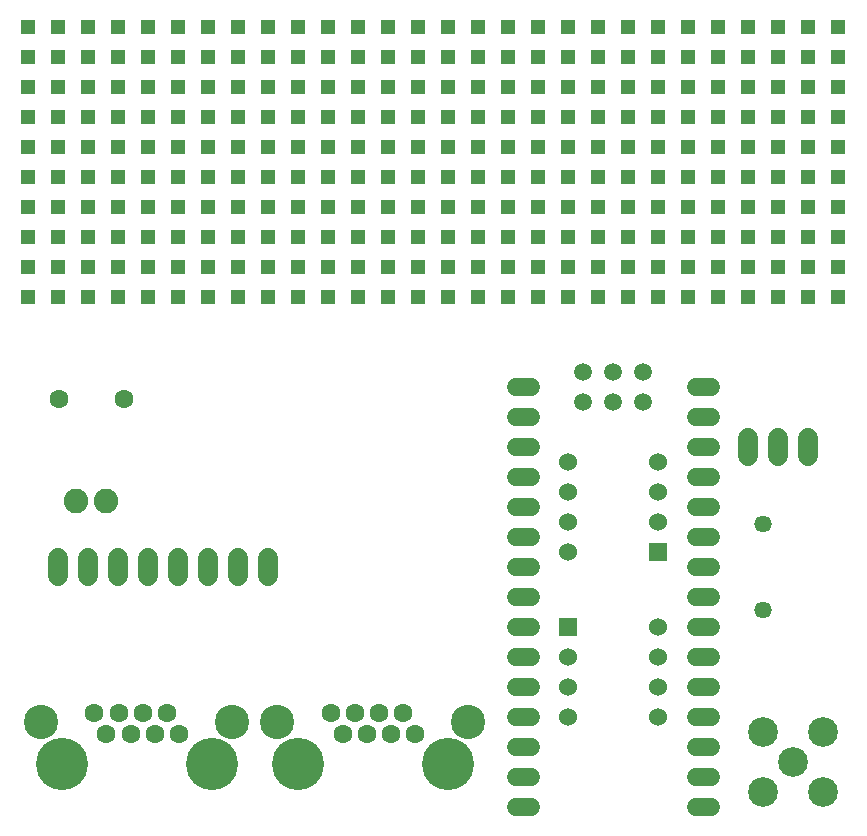
<source format=gbr>
G04 EAGLE Gerber RS-274X export*
G75*
%MOMM*%
%FSLAX34Y34*%
%LPD*%
%INSoldermask Bottom*%
%IPPOS*%
%AMOC8*
5,1,8,0,0,1.08239X$1,22.5*%
G01*
G04 Define Apertures*
%ADD10C,1.603200*%
%ADD11C,1.727200*%
%ADD12C,1.463200*%
%ADD13C,1.511200*%
%ADD14C,1.511200*%
%ADD15R,1.524000X1.524000*%
%ADD16C,1.524000*%
%ADD17R,1.311200X1.311200*%
%ADD18C,1.600200*%
%ADD19C,2.908300*%
%ADD20C,4.419600*%
%ADD21C,2.527300*%
%ADD22C,2.082800*%
D10*
X93540Y383540D03*
X38540Y383540D03*
D11*
X215900Y248920D02*
X215900Y233680D01*
X190500Y233680D02*
X190500Y248920D01*
X165100Y248920D02*
X165100Y233680D01*
X139700Y233680D02*
X139700Y248920D01*
X114300Y248920D02*
X114300Y233680D01*
X88900Y233680D02*
X88900Y248920D01*
X63500Y248920D02*
X63500Y233680D01*
X38100Y233680D02*
X38100Y248920D01*
X673100Y335280D02*
X673100Y350520D01*
X647700Y350520D02*
X647700Y335280D01*
X622300Y335280D02*
X622300Y350520D01*
D12*
X635000Y205100D03*
X635000Y277500D03*
D13*
X438340Y393700D02*
X425260Y393700D01*
X425260Y368300D02*
X438340Y368300D01*
X438340Y342900D02*
X425260Y342900D01*
X425260Y317500D02*
X438340Y317500D01*
X438340Y292100D02*
X425260Y292100D01*
X425260Y266700D02*
X438340Y266700D01*
X438340Y241300D02*
X425260Y241300D01*
X425260Y215900D02*
X438340Y215900D01*
X438340Y190500D02*
X425260Y190500D01*
X425260Y165100D02*
X438340Y165100D01*
X438340Y139700D02*
X425260Y139700D01*
X425260Y114300D02*
X438340Y114300D01*
X577660Y393700D02*
X590740Y393700D01*
X590740Y368300D02*
X577660Y368300D01*
X577660Y342900D02*
X590740Y342900D01*
X590740Y190500D02*
X577660Y190500D01*
X577660Y165100D02*
X590740Y165100D01*
X590740Y139700D02*
X577660Y139700D01*
X577660Y114300D02*
X590740Y114300D01*
X590740Y38100D02*
X577660Y38100D01*
X438340Y38100D02*
X425260Y38100D01*
X425260Y63500D02*
X438340Y63500D01*
X438340Y88900D02*
X425260Y88900D01*
X577660Y63500D02*
X590740Y63500D01*
X590740Y88900D02*
X577660Y88900D01*
X577660Y317500D02*
X590740Y317500D01*
D14*
X533400Y381000D03*
X508000Y381000D03*
X482600Y381000D03*
D13*
X577660Y215900D02*
X590740Y215900D01*
X590740Y241300D02*
X577660Y241300D01*
X577660Y266700D02*
X590740Y266700D01*
X590740Y292100D02*
X577660Y292100D01*
D14*
X533400Y406400D03*
X508000Y406400D03*
X482600Y406400D03*
D15*
X546100Y254000D03*
D16*
X546100Y279400D03*
X546100Y304800D03*
X546100Y330200D03*
X469900Y330200D03*
X469900Y304800D03*
X469900Y279400D03*
X469900Y254000D03*
D15*
X469900Y190500D03*
D16*
X469900Y165100D03*
X469900Y139700D03*
X469900Y114300D03*
X546100Y114300D03*
X546100Y139700D03*
X546100Y165100D03*
X546100Y190500D03*
D17*
X12700Y469900D03*
X38100Y469900D03*
X63500Y469900D03*
X88900Y469900D03*
X114300Y469900D03*
X139700Y469900D03*
X165100Y469900D03*
X190500Y469900D03*
X215900Y469900D03*
X241300Y469900D03*
X266700Y469900D03*
X292100Y469900D03*
X317500Y469900D03*
X342900Y469900D03*
X368300Y469900D03*
X393700Y469900D03*
X419100Y469900D03*
X444500Y469900D03*
X469900Y469900D03*
X495300Y469900D03*
X520700Y469900D03*
X546100Y469900D03*
X571500Y469900D03*
X596900Y469900D03*
X622300Y469900D03*
X647700Y469900D03*
X673100Y469900D03*
X698500Y469900D03*
X12700Y546100D03*
X38100Y546100D03*
X63500Y546100D03*
X88900Y546100D03*
X114300Y546100D03*
X139700Y546100D03*
X165100Y546100D03*
X190500Y546100D03*
X215900Y546100D03*
X241300Y546100D03*
X266700Y546100D03*
X292100Y546100D03*
X317500Y546100D03*
X342900Y546100D03*
X368300Y546100D03*
X393700Y546100D03*
X419100Y546100D03*
X444500Y546100D03*
X469900Y546100D03*
X495300Y546100D03*
X520700Y546100D03*
X546100Y546100D03*
X571500Y546100D03*
X596900Y546100D03*
X622300Y546100D03*
X647700Y546100D03*
X673100Y546100D03*
X698500Y546100D03*
X12700Y520700D03*
X38100Y520700D03*
X63500Y520700D03*
X88900Y520700D03*
X114300Y520700D03*
X139700Y520700D03*
X165100Y520700D03*
X190500Y520700D03*
X215900Y520700D03*
X241300Y520700D03*
X266700Y520700D03*
X292100Y520700D03*
X317500Y520700D03*
X342900Y520700D03*
X368300Y520700D03*
X393700Y520700D03*
X419100Y520700D03*
X444500Y520700D03*
X469900Y520700D03*
X495300Y520700D03*
X520700Y520700D03*
X546100Y520700D03*
X571500Y520700D03*
X596900Y520700D03*
X622300Y520700D03*
X647700Y520700D03*
X673100Y520700D03*
X698500Y520700D03*
X12700Y495300D03*
X38100Y495300D03*
X63500Y495300D03*
X88900Y495300D03*
X114300Y495300D03*
X139700Y495300D03*
X165100Y495300D03*
X190500Y495300D03*
X215900Y495300D03*
X241300Y495300D03*
X266700Y495300D03*
X292100Y495300D03*
X317500Y495300D03*
X342900Y495300D03*
X368300Y495300D03*
X393700Y495300D03*
X419100Y495300D03*
X444500Y495300D03*
X469900Y495300D03*
X495300Y495300D03*
X520700Y495300D03*
X546100Y495300D03*
X571500Y495300D03*
X596900Y495300D03*
X622300Y495300D03*
X647700Y495300D03*
X673100Y495300D03*
X698500Y495300D03*
X12700Y571500D03*
X38100Y571500D03*
X63500Y571500D03*
X88900Y571500D03*
X114300Y571500D03*
X139700Y571500D03*
X165100Y571500D03*
X190500Y571500D03*
X215900Y571500D03*
X241300Y571500D03*
X266700Y571500D03*
X292100Y571500D03*
X317500Y571500D03*
X342900Y571500D03*
X368300Y571500D03*
X393700Y571500D03*
X419100Y571500D03*
X444500Y571500D03*
X469900Y571500D03*
X495300Y571500D03*
X520700Y571500D03*
X546100Y571500D03*
X571500Y571500D03*
X596900Y571500D03*
X622300Y571500D03*
X647700Y571500D03*
X673100Y571500D03*
X698500Y571500D03*
X12700Y596900D03*
X38100Y596900D03*
X63500Y596900D03*
X88900Y596900D03*
X114300Y596900D03*
X139700Y596900D03*
X165100Y596900D03*
X190500Y596900D03*
X215900Y596900D03*
X241300Y596900D03*
X266700Y596900D03*
X292100Y596900D03*
X317500Y596900D03*
X342900Y596900D03*
X368300Y596900D03*
X393700Y596900D03*
X419100Y596900D03*
X444500Y596900D03*
X469900Y596900D03*
X495300Y596900D03*
X520700Y596900D03*
X546100Y596900D03*
X571500Y596900D03*
X596900Y596900D03*
X622300Y596900D03*
X647700Y596900D03*
X673100Y596900D03*
X698500Y596900D03*
X12700Y622300D03*
X38100Y622300D03*
X63500Y622300D03*
X88900Y622300D03*
X114300Y622300D03*
X139700Y622300D03*
X165100Y622300D03*
X190500Y622300D03*
X215900Y622300D03*
X241300Y622300D03*
X266700Y622300D03*
X292100Y622300D03*
X317500Y622300D03*
X342900Y622300D03*
X368300Y622300D03*
X393700Y622300D03*
X419100Y622300D03*
X444500Y622300D03*
X469900Y622300D03*
X495300Y622300D03*
X520700Y622300D03*
X546100Y622300D03*
X571500Y622300D03*
X596900Y622300D03*
X622300Y622300D03*
X647700Y622300D03*
X673100Y622300D03*
X698500Y622300D03*
X12700Y647700D03*
X38100Y647700D03*
X63500Y647700D03*
X88900Y647700D03*
X114300Y647700D03*
X139700Y647700D03*
X165100Y647700D03*
X190500Y647700D03*
X215900Y647700D03*
X241300Y647700D03*
X266700Y647700D03*
X292100Y647700D03*
X317500Y647700D03*
X342900Y647700D03*
X368300Y647700D03*
X393700Y647700D03*
X419100Y647700D03*
X444500Y647700D03*
X469900Y647700D03*
X495300Y647700D03*
X520700Y647700D03*
X546100Y647700D03*
X571500Y647700D03*
X596900Y647700D03*
X622300Y647700D03*
X647700Y647700D03*
X673100Y647700D03*
X698500Y647700D03*
X12700Y673100D03*
X38100Y673100D03*
X63500Y673100D03*
X88900Y673100D03*
X114300Y673100D03*
X139700Y673100D03*
X165100Y673100D03*
X190500Y673100D03*
X215900Y673100D03*
X241300Y673100D03*
X266700Y673100D03*
X292100Y673100D03*
X317500Y673100D03*
X342900Y673100D03*
X368300Y673100D03*
X393700Y673100D03*
X419100Y673100D03*
X444500Y673100D03*
X469900Y673100D03*
X495300Y673100D03*
X520700Y673100D03*
X546100Y673100D03*
X571500Y673100D03*
X596900Y673100D03*
X622300Y673100D03*
X647700Y673100D03*
X673100Y673100D03*
X698500Y673100D03*
X12700Y698500D03*
X38100Y698500D03*
X63500Y698500D03*
X88900Y698500D03*
X114300Y698500D03*
X139700Y698500D03*
X165100Y698500D03*
X190500Y698500D03*
X215900Y698500D03*
X241300Y698500D03*
X266700Y698500D03*
X292100Y698500D03*
X317500Y698500D03*
X342900Y698500D03*
X368300Y698500D03*
X393700Y698500D03*
X419100Y698500D03*
X444500Y698500D03*
X469900Y698500D03*
X495300Y698500D03*
X520700Y698500D03*
X546100Y698500D03*
X571500Y698500D03*
X596900Y698500D03*
X622300Y698500D03*
X647700Y698500D03*
X673100Y698500D03*
X698500Y698500D03*
D18*
X340000Y100000D03*
X329800Y117800D03*
X319600Y100000D03*
X309400Y117800D03*
X299200Y100000D03*
X289000Y117800D03*
X278800Y100000D03*
X268600Y117800D03*
D19*
X223550Y110200D03*
X385050Y110200D03*
D20*
X240800Y74600D03*
X367800Y74600D03*
D18*
X140000Y100000D03*
X129800Y117800D03*
X119600Y100000D03*
X109400Y117800D03*
X99200Y100000D03*
X89000Y117800D03*
X78800Y100000D03*
X68600Y117800D03*
D19*
X23550Y110200D03*
X185050Y110200D03*
D20*
X40800Y74600D03*
X167800Y74600D03*
D21*
X660400Y76200D03*
X635000Y101600D03*
X635000Y50800D03*
X685800Y50800D03*
X685800Y101600D03*
D22*
X53340Y297180D03*
X78740Y297180D03*
M02*

</source>
